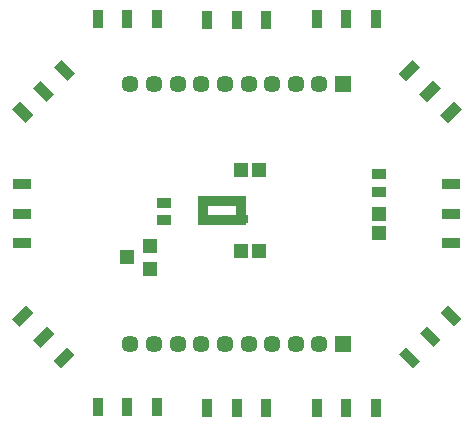
<source format=gts>
G04 #@! TF.FileFunction,Soldermask,Top*
%FSLAX46Y46*%
G04 Gerber Fmt 4.6, Leading zero omitted, Abs format (unit mm)*
G04 Created by KiCad (PCBNEW 4.0.7-e2-6376~58~ubuntu16.04.1) date Mon Aug  6 19:30:18 2018*
%MOMM*%
%LPD*%
G01*
G04 APERTURE LIST*
%ADD10C,0.100000*%
%ADD11C,1.450000*%
%ADD12R,1.450000X1.450000*%
%ADD13R,0.900000X1.650000*%
%ADD14R,0.900000X0.900000*%
%ADD15R,0.650000X0.650000*%
%ADD16R,1.650000X0.900000*%
%ADD17R,1.300000X1.200000*%
%ADD18R,1.300000X0.900000*%
%ADD19R,1.200000X1.150000*%
%ADD20R,1.200000X1.200000*%
G04 APERTURE END LIST*
D10*
D11*
X129600000Y-95750000D03*
X145600000Y-95750000D03*
D12*
X147600000Y-95750000D03*
D11*
X133600000Y-95750000D03*
X131600000Y-95750000D03*
X143600000Y-95750000D03*
X141600000Y-95750000D03*
X135600000Y-95750000D03*
X137600000Y-95750000D03*
X139600000Y-95750000D03*
D13*
X131830000Y-90290000D03*
X129330000Y-90290000D03*
X126830000Y-90290000D03*
X141110000Y-90320000D03*
X138610000Y-90320000D03*
X136110000Y-90320000D03*
X150380000Y-90300000D03*
X147880000Y-90300000D03*
X145380000Y-90300000D03*
X145390000Y-123200000D03*
X147890000Y-123200000D03*
X150390000Y-123200000D03*
X126820000Y-123140000D03*
X129320000Y-123140000D03*
X131820000Y-123140000D03*
D14*
X138940000Y-107310000D03*
X138140000Y-107310000D03*
X137340000Y-107310000D03*
X136540000Y-107310000D03*
X135740000Y-107310000D03*
X135740000Y-106510000D03*
X135740000Y-105710000D03*
X136540000Y-105710000D03*
X137340000Y-105710000D03*
X138140000Y-105710000D03*
X138940000Y-105710000D03*
X138940000Y-106510000D03*
D15*
X139240000Y-107185000D03*
D10*
G36*
X157639328Y-97882602D02*
X156472602Y-99049328D01*
X155836206Y-98412932D01*
X157002932Y-97246206D01*
X157639328Y-97882602D01*
X157639328Y-97882602D01*
G37*
G36*
X155871561Y-96114835D02*
X154704835Y-97281561D01*
X154068439Y-96645165D01*
X155235165Y-95478439D01*
X155871561Y-96114835D01*
X155871561Y-96114835D01*
G37*
G36*
X154103794Y-94347068D02*
X152937068Y-95513794D01*
X152300672Y-94877398D01*
X153467398Y-93710672D01*
X154103794Y-94347068D01*
X154103794Y-94347068D01*
G37*
D16*
X156720000Y-109250000D03*
X156720000Y-106750000D03*
X156720000Y-104250000D03*
X120460000Y-104260000D03*
X120460000Y-106760000D03*
X120460000Y-109260000D03*
D13*
X136100000Y-123200000D03*
X138600000Y-123200000D03*
X141100000Y-123200000D03*
D10*
G36*
X119560672Y-115677398D02*
X120727398Y-114510672D01*
X121363794Y-115147068D01*
X120197068Y-116313794D01*
X119560672Y-115677398D01*
X119560672Y-115677398D01*
G37*
G36*
X121328439Y-117445165D02*
X122495165Y-116278439D01*
X123131561Y-116914835D01*
X121964835Y-118081561D01*
X121328439Y-117445165D01*
X121328439Y-117445165D01*
G37*
G36*
X123096206Y-119212932D02*
X124262932Y-118046206D01*
X124899328Y-118682602D01*
X123732602Y-119849328D01*
X123096206Y-119212932D01*
X123096206Y-119212932D01*
G37*
G36*
X153487398Y-119819328D02*
X152320672Y-118652602D01*
X152957068Y-118016206D01*
X154123794Y-119182932D01*
X153487398Y-119819328D01*
X153487398Y-119819328D01*
G37*
G36*
X155255165Y-118051561D02*
X154088439Y-116884835D01*
X154724835Y-116248439D01*
X155891561Y-117415165D01*
X155255165Y-118051561D01*
X155255165Y-118051561D01*
G37*
G36*
X157022932Y-116283794D02*
X155856206Y-115117068D01*
X156492602Y-114480672D01*
X157659328Y-115647398D01*
X157022932Y-116283794D01*
X157022932Y-116283794D01*
G37*
G36*
X123752602Y-93700672D02*
X124919328Y-94867398D01*
X124282932Y-95503794D01*
X123116206Y-94337068D01*
X123752602Y-93700672D01*
X123752602Y-93700672D01*
G37*
G36*
X121984835Y-95468439D02*
X123151561Y-96635165D01*
X122515165Y-97271561D01*
X121348439Y-96104835D01*
X121984835Y-95468439D01*
X121984835Y-95468439D01*
G37*
G36*
X120217068Y-97236206D02*
X121383794Y-98402932D01*
X120747398Y-99039328D01*
X119580672Y-97872602D01*
X120217068Y-97236206D01*
X120217068Y-97236206D01*
G37*
D17*
X131275000Y-111400000D03*
X131275000Y-109500000D03*
X129275000Y-110450000D03*
D11*
X129600000Y-117750000D03*
X145600000Y-117750000D03*
D12*
X147600000Y-117750000D03*
D11*
X133600000Y-117750000D03*
X131600000Y-117750000D03*
X143600000Y-117750000D03*
X141600000Y-117750000D03*
X135600000Y-117750000D03*
X137600000Y-117750000D03*
X139600000Y-117750000D03*
D18*
X150625000Y-103400000D03*
X150625000Y-104900000D03*
X132400000Y-107300000D03*
X132400000Y-105800000D03*
D19*
X140450000Y-109890000D03*
X138950000Y-109890000D03*
X138950000Y-103060000D03*
X140450000Y-103060000D03*
D20*
X150625000Y-106750000D03*
X150625000Y-108350000D03*
M02*

</source>
